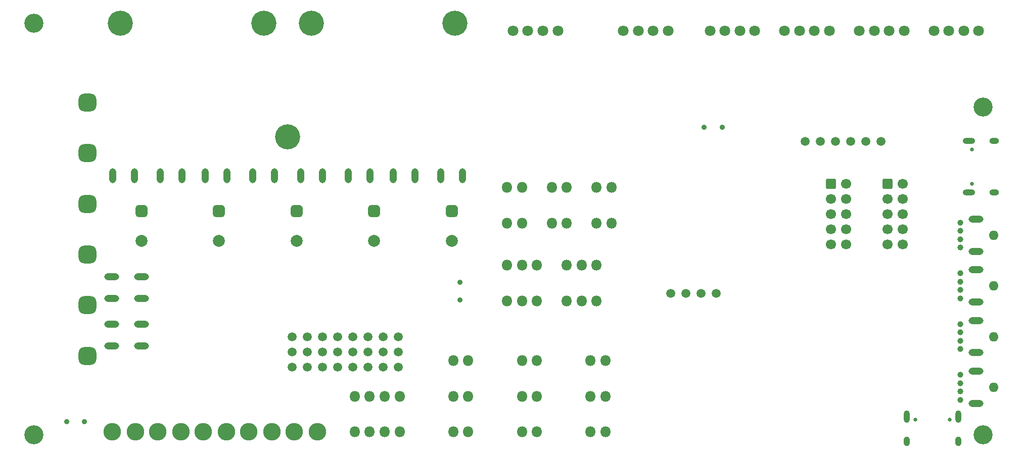
<source format=gbr>
%TF.GenerationSoftware,KiCad,Pcbnew,7.0.8-7.0.8~ubuntu22.04.1*%
%TF.CreationDate,2023-11-12T23:59:41-08:00*%
%TF.ProjectId,corevus-g,636f7265-7675-4732-9d67-2e6b69636164,rev?*%
%TF.SameCoordinates,Original*%
%TF.FileFunction,Soldermask,Bot*%
%TF.FilePolarity,Negative*%
%FSLAX46Y46*%
G04 Gerber Fmt 4.6, Leading zero omitted, Abs format (unit mm)*
G04 Created by KiCad (PCBNEW 7.0.8-7.0.8~ubuntu22.04.1) date 2023-11-12 23:59:41*
%MOMM*%
%LPD*%
G01*
G04 APERTURE LIST*
G04 Aperture macros list*
%AMRoundRect*
0 Rectangle with rounded corners*
0 $1 Rounding radius*
0 $2 $3 $4 $5 $6 $7 $8 $9 X,Y pos of 4 corners*
0 Add a 4 corners polygon primitive as box body*
4,1,4,$2,$3,$4,$5,$6,$7,$8,$9,$2,$3,0*
0 Add four circle primitives for the rounded corners*
1,1,$1+$1,$2,$3*
1,1,$1+$1,$4,$5*
1,1,$1+$1,$6,$7*
1,1,$1+$1,$8,$9*
0 Add four rect primitives between the rounded corners*
20,1,$1+$1,$2,$3,$4,$5,0*
20,1,$1+$1,$4,$5,$6,$7,0*
20,1,$1+$1,$6,$7,$8,$9,0*
20,1,$1+$1,$8,$9,$2,$3,0*%
G04 Aperture macros list end*
%ADD10C,0.900000*%
%ADD11C,1.000000*%
%ADD12O,2.500000X1.200000*%
%ADD13O,1.600000X1.600000*%
%ADD14C,1.800000*%
%ADD15C,1.500000*%
%ADD16RoundRect,1.000000X-0.500000X0.500000X-0.500000X-0.500000X0.500000X-0.500000X0.500000X0.500000X0*%
%ADD17O,1.800000X1.800000*%
%ADD18C,3.200000*%
%ADD19RoundRect,0.250000X-0.600000X-0.600000X0.600000X-0.600000X0.600000X0.600000X-0.600000X0.600000X0*%
%ADD20C,1.700000*%
%ADD21C,0.650000*%
%ADD22O,1.000000X2.100000*%
%ADD23O,1.000000X1.600000*%
%ADD24C,4.200000*%
%ADD25RoundRect,0.500000X-0.500000X-0.500000X0.500000X-0.500000X0.500000X0.500000X-0.500000X0.500000X0*%
%ADD26C,2.000000*%
%ADD27C,2.950000*%
%ADD28O,1.200000X2.500000*%
%ADD29O,2.100000X1.000000*%
%ADD30O,1.600000X1.000000*%
G04 APERTURE END LIST*
D10*
%TO.C,SW9*%
X51500000Y-109750000D03*
X48500000Y-109750000D03*
%TD*%
D11*
%TO.C,J38*%
X198200000Y-101900000D03*
X198200000Y-103300000D03*
X198200000Y-104700000D03*
X198200000Y-106100000D03*
D12*
X200800000Y-106700000D03*
D13*
X203800000Y-104010000D03*
D12*
X200800000Y-101300000D03*
%TD*%
D14*
%TO.C,M4*%
X163750000Y-44250000D03*
X161250000Y-44250000D03*
X158750000Y-44250000D03*
X156250000Y-44250000D03*
%TD*%
D15*
%TO.C,J30*%
X86220000Y-95570000D03*
X88760000Y-95570000D03*
X91300000Y-95570000D03*
X93840000Y-95570000D03*
X96380000Y-95570000D03*
X98920000Y-95570000D03*
X101460000Y-95570000D03*
X104000000Y-95570000D03*
%TD*%
D14*
%TO.C,M3*%
X176250000Y-44250000D03*
X173750000Y-44250000D03*
X171250000Y-44250000D03*
X168750000Y-44250000D03*
%TD*%
D16*
%TO.C,J36*%
X52000000Y-73250000D03*
X52000000Y-81750000D03*
%TD*%
D17*
%TO.C,J32*%
X124750000Y-111500000D03*
X127250000Y-111500000D03*
%TD*%
D18*
%TO.C,H3*%
X202000000Y-57000000D03*
%TD*%
D19*
%TO.C,J13*%
X176500000Y-69920000D03*
D20*
X179040000Y-69920000D03*
X176500000Y-72460000D03*
X179040000Y-72460000D03*
X176500000Y-75000000D03*
X179040000Y-75000000D03*
X176500000Y-77540000D03*
X179040000Y-77540000D03*
X176500000Y-80080000D03*
X179040000Y-80080000D03*
%TD*%
D17*
%TO.C,J7*%
X132250000Y-70500000D03*
X129750000Y-70500000D03*
%TD*%
D14*
%TO.C,M2*%
X188750000Y-44250000D03*
X186250000Y-44250000D03*
X183750000Y-44250000D03*
X181250000Y-44250000D03*
%TD*%
%TO.C,M6*%
X130750000Y-44250000D03*
X128250000Y-44250000D03*
X125750000Y-44250000D03*
X123250000Y-44250000D03*
%TD*%
D17*
%TO.C,J40*%
X136250000Y-99500000D03*
X138750000Y-99500000D03*
%TD*%
%TO.C,J14*%
X96750000Y-111500000D03*
X99250000Y-111500000D03*
X101750000Y-111500000D03*
X104250000Y-111500000D03*
%TD*%
%TO.C,J10*%
X124750000Y-76500000D03*
X122250000Y-76500000D03*
%TD*%
D14*
%TO.C,M1*%
X201250000Y-44245000D03*
X198750000Y-44245000D03*
X196250000Y-44245000D03*
X193750000Y-44245000D03*
%TD*%
D12*
%TO.C,F6*%
X61000000Y-85450000D03*
X61000000Y-89100000D03*
X61000000Y-93400000D03*
X61000000Y-97050000D03*
%TD*%
D21*
%TO.C,J24*%
X190610000Y-109395000D03*
X196390000Y-109395000D03*
D22*
X189180000Y-108895000D03*
D23*
X189180000Y-113075000D03*
D22*
X197820000Y-108895000D03*
D23*
X197820000Y-113075000D03*
%TD*%
D24*
%TO.C,H13*%
X85500000Y-62000000D03*
%TD*%
D17*
%TO.C,J2*%
X137250000Y-89500000D03*
X134750000Y-89500000D03*
X132250000Y-89500000D03*
%TD*%
%TO.C,J4*%
X127250000Y-83500000D03*
X124750000Y-83500000D03*
X122250000Y-83500000D03*
%TD*%
D12*
%TO.C,F3*%
X56000000Y-85450000D03*
X56000000Y-89100000D03*
X56000000Y-93400000D03*
X56000000Y-97050000D03*
%TD*%
D17*
%TO.C,J17*%
X113250000Y-111500000D03*
X115750000Y-111500000D03*
%TD*%
D25*
%TO.C,C13*%
X100000000Y-74500000D03*
D26*
X100000000Y-79500000D03*
%TD*%
D27*
%TO.C,J21*%
X56095000Y-111500000D03*
X60000000Y-111500000D03*
%TD*%
D25*
%TO.C,C14*%
X87000000Y-74500000D03*
D26*
X87000000Y-79500000D03*
%TD*%
D15*
%TO.C,J42*%
X172200000Y-62750000D03*
X174740000Y-62750000D03*
X177280000Y-62750000D03*
X179820000Y-62750000D03*
X182360000Y-62750000D03*
X184900000Y-62750000D03*
%TD*%
D17*
%TO.C,J34*%
X124750000Y-99500000D03*
X127250000Y-99500000D03*
%TD*%
D18*
%TO.C,H2*%
X43000000Y-112000000D03*
%TD*%
D17*
%TO.C,J39*%
X136250000Y-105500000D03*
X138750000Y-105500000D03*
%TD*%
%TO.C,J33*%
X124750000Y-105500000D03*
X127250000Y-105500000D03*
%TD*%
%TO.C,J16*%
X96750000Y-105500000D03*
X99250000Y-105500000D03*
X101750000Y-105500000D03*
X104250000Y-105500000D03*
%TD*%
%TO.C,J8*%
X124750000Y-70500000D03*
X122250000Y-70500000D03*
%TD*%
%TO.C,J18*%
X113250000Y-105500000D03*
X115750000Y-105500000D03*
%TD*%
D25*
%TO.C,C16*%
X74000000Y-74500000D03*
D26*
X74000000Y-79500000D03*
%TD*%
D18*
%TO.C,H1*%
X43000000Y-43000000D03*
%TD*%
D11*
%TO.C,J27*%
X198200000Y-93400000D03*
X198200000Y-94800000D03*
X198200000Y-96200000D03*
X198200000Y-97600000D03*
D12*
X200800000Y-98200000D03*
D13*
X203800000Y-95510000D03*
D12*
X200800000Y-92800000D03*
%TD*%
D24*
%TO.C,H8*%
X81500000Y-43000000D03*
%TD*%
D28*
%TO.C,F5*%
X103200000Y-68500000D03*
X106850000Y-68500000D03*
X111150000Y-68500000D03*
X114800000Y-68500000D03*
%TD*%
%TO.C,F1*%
X56200000Y-68500000D03*
X59850000Y-68500000D03*
X64150000Y-68500000D03*
X67800000Y-68500000D03*
%TD*%
D27*
%TO.C,J23*%
X78955000Y-111500000D03*
X82860000Y-111500000D03*
%TD*%
D25*
%TO.C,C12*%
X113000000Y-74500000D03*
D26*
X113000000Y-79500000D03*
%TD*%
D17*
%TO.C,J6*%
X127250000Y-89500000D03*
X124750000Y-89500000D03*
X122250000Y-89500000D03*
%TD*%
D11*
%TO.C,J26*%
X198200000Y-84900000D03*
X198200000Y-86300000D03*
X198200000Y-87700000D03*
X198200000Y-89100000D03*
D12*
X200800000Y-89700000D03*
D13*
X203800000Y-87010000D03*
D12*
X200800000Y-84300000D03*
%TD*%
D17*
%TO.C,J19*%
X113250000Y-99500000D03*
X115750000Y-99500000D03*
%TD*%
D15*
%TO.C,J25*%
X86220000Y-98110000D03*
X88760000Y-98110000D03*
X91300000Y-98110000D03*
X93840000Y-98110000D03*
X96380000Y-98110000D03*
X98920000Y-98110000D03*
X101460000Y-98110000D03*
X104000000Y-98110000D03*
%TD*%
D27*
%TO.C,J22*%
X71335000Y-111500000D03*
X75240000Y-111500000D03*
%TD*%
%TO.C,J20*%
X63715000Y-111500000D03*
X67620000Y-111500000D03*
%TD*%
%TO.C,J15*%
X86575000Y-111500000D03*
X90480000Y-111500000D03*
%TD*%
D18*
%TO.C,H4*%
X202000000Y-112000000D03*
%TD*%
D28*
%TO.C,F4*%
X87700000Y-68500000D03*
X91350000Y-68500000D03*
X95650000Y-68500000D03*
X99300000Y-68500000D03*
%TD*%
D17*
%TO.C,J9*%
X139750000Y-70500000D03*
X137250000Y-70500000D03*
%TD*%
D15*
%TO.C,J29*%
X86220000Y-100650000D03*
X88760000Y-100650000D03*
X91300000Y-100650000D03*
X93840000Y-100650000D03*
X96380000Y-100650000D03*
X98920000Y-100650000D03*
X101460000Y-100650000D03*
X104000000Y-100650000D03*
%TD*%
%TO.C,J41*%
X149640000Y-88250000D03*
X152180000Y-88250000D03*
X154720000Y-88250000D03*
X157260000Y-88250000D03*
%TD*%
D17*
%TO.C,J35*%
X136250000Y-111500000D03*
X138750000Y-111500000D03*
%TD*%
D16*
%TO.C,J31*%
X52000000Y-56250000D03*
X52000000Y-64750000D03*
%TD*%
D24*
%TO.C,H6*%
X113500000Y-43000000D03*
%TD*%
D19*
%TO.C,J28*%
X186000000Y-69920000D03*
D20*
X188540000Y-69920000D03*
X186000000Y-72460000D03*
X188540000Y-72460000D03*
X186000000Y-75000000D03*
X188540000Y-75000000D03*
X186000000Y-77540000D03*
X188540000Y-77540000D03*
X186000000Y-80080000D03*
X188540000Y-80080000D03*
%TD*%
D11*
%TO.C,J3*%
X198200000Y-76400000D03*
X198200000Y-77800000D03*
X198200000Y-79200000D03*
X198200000Y-80600000D03*
D12*
X200800000Y-81200000D03*
D13*
X203800000Y-78510000D03*
D12*
X200800000Y-75800000D03*
%TD*%
D17*
%TO.C,J5*%
X137250000Y-83500000D03*
X134750000Y-83500000D03*
X132250000Y-83500000D03*
%TD*%
D24*
%TO.C,H7*%
X57500000Y-43000000D03*
%TD*%
D17*
%TO.C,J12*%
X139750000Y-76500000D03*
X137250000Y-76500000D03*
%TD*%
D25*
%TO.C,C17*%
X61000000Y-74500000D03*
D26*
X61000000Y-79500000D03*
%TD*%
D24*
%TO.C,H5*%
X89500000Y-43000000D03*
%TD*%
D10*
%TO.C,SW2*%
X114400000Y-89400000D03*
X114400000Y-86400000D03*
%TD*%
D14*
%TO.C,M5*%
X149250000Y-44250000D03*
X146750000Y-44250000D03*
X144250000Y-44250000D03*
X141750000Y-44250000D03*
%TD*%
D28*
%TO.C,F2*%
X71700000Y-68500000D03*
X75350000Y-68500000D03*
X79650000Y-68500000D03*
X83300000Y-68500000D03*
%TD*%
D10*
%TO.C,SW1*%
X155300000Y-60450000D03*
X158300000Y-60450000D03*
%TD*%
D16*
%TO.C,J37*%
X52000000Y-90250000D03*
X52000000Y-98750000D03*
%TD*%
D21*
%TO.C,J1*%
X200145000Y-69890000D03*
X200145000Y-64110000D03*
D29*
X199645000Y-71320000D03*
D30*
X203825000Y-71320000D03*
D29*
X199645000Y-62680000D03*
D30*
X203825000Y-62680000D03*
%TD*%
D17*
%TO.C,J11*%
X132250000Y-76500000D03*
X129750000Y-76500000D03*
%TD*%
M02*

</source>
